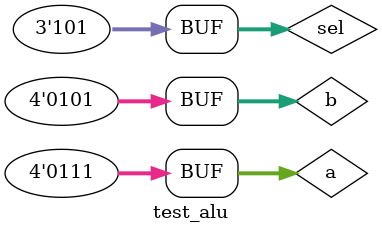
<source format=v>
`include "Alu_using_case.v"

module test_alu;
  
  reg [3:0] a,b;
  reg [2:0] sel;
  wire [4:0] out;
  
  ALU a1(.a(a),.b(b),.sel(sel),.out(out));
  
  initial begin
        a =4'd5; b=4'd7; sel=3'd0;
    #10 a =4'd7; b=4'd5; sel=3'd1;
    #10 a =4'd7; b=4'd5; sel=3'd2;
    #10 a =4'd7; b=4'd5; sel=3'd3;
    #10 a =4'd7; b=4'd5; sel=3'd4;
    #10 a =4'd7; b=4'd1; sel=3'd5;
    #10 a =4'd1; b=4'd5; sel=3'd6;
    #10 a =4'd7; b=4'd5; sel=3'd7;
    #10 a =4'd7; b=4'd5; sel=3'd5;
  end
  
   initial 
     $monitor($time,"ns a=%b; b=%b; sel=%d, out=%b",a,b,sel,out);
  
endmodule
</source>
